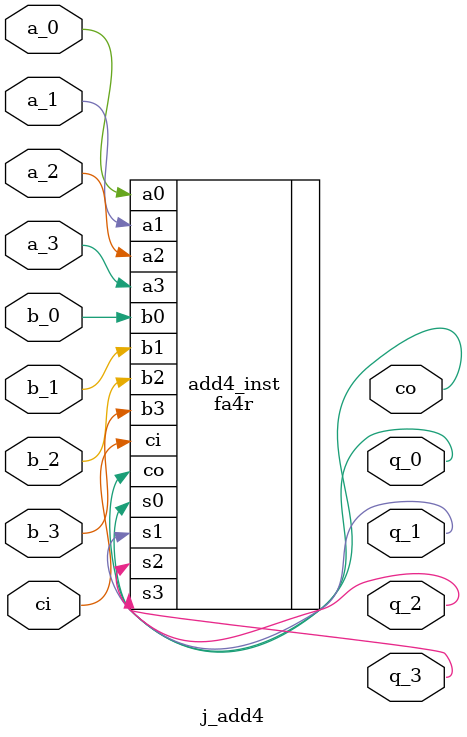
<source format=v>
/* verilator lint_off LITENDIAN */
`include "defs.v"

module j_add4
(
	output q_0,
	output q_1,
	output q_2,
	output q_3,
	output co,
	input a_0,
	input a_1,
	input a_2,
	input a_3,
	input b_0,
	input b_1,
	input b_2,
	input b_3,
	input ci
);

// _DUPLO.NET (47) - add4 : fa4r
fa4r add4_inst
(
	.s0 /* OUT */ (q_0),
	.s1 /* OUT */ (q_1),
	.s2 /* OUT */ (q_2),
	.s3 /* OUT */ (q_3),
	.co /* OUT */ (co),
	.ci /* IN */ (ci),
	.a0 /* IN */ (a_0),
	.b0 /* IN */ (b_0),
	.a1 /* IN */ (a_1),
	.b1 /* IN */ (b_1),
	.a2 /* IN */ (a_2),
	.b2 /* IN */ (b_2),
	.a3 /* IN */ (a_3),
	.b3 /* IN */ (b_3)
);
endmodule
/* verilator lint_on LITENDIAN */

</source>
